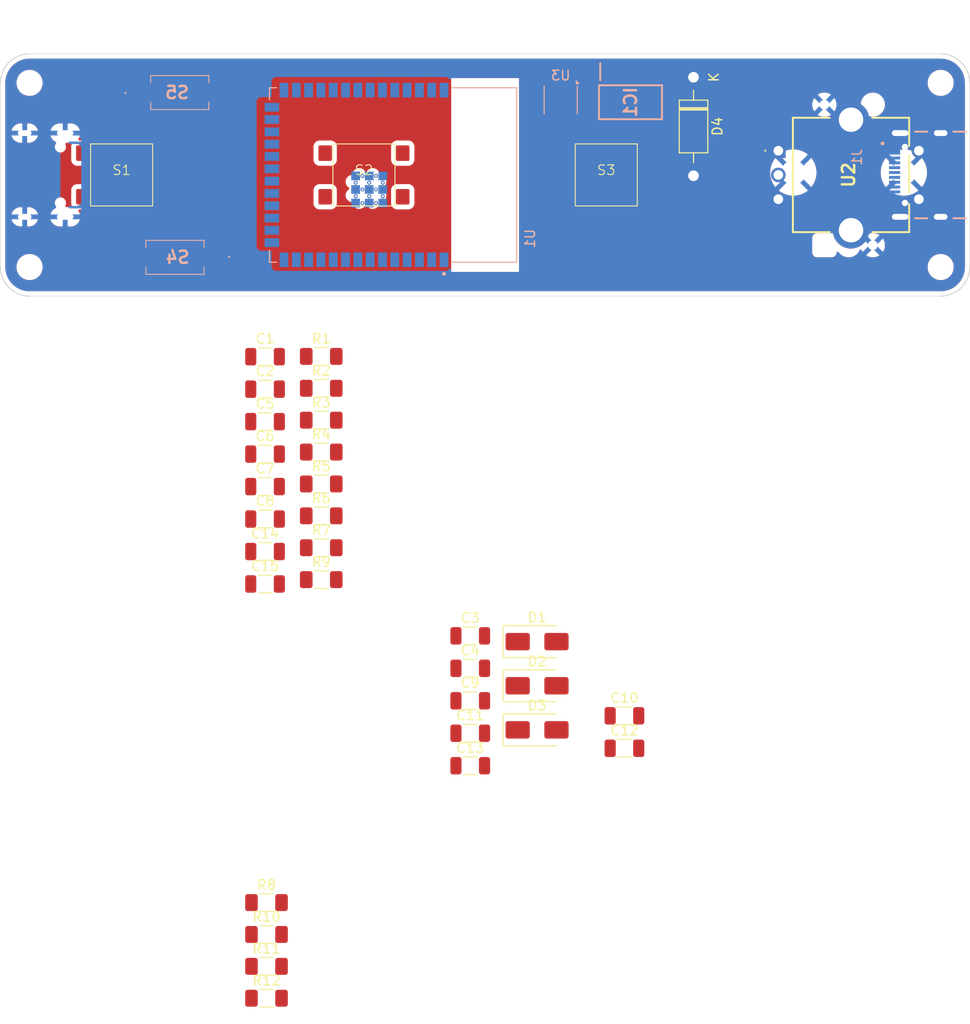
<source format=kicad_pcb>
(kicad_pcb (version 20240108) (generator "pcbnew") (generator_version "8.0")
  (layers (0 "F.Cu" signal) (31 "B.Cu" signal) (34 "B.Paste" user) (35 "F.Paste" user) (36 "B.SilkS" user "B.Silkscreen") (37 "F.SilkS" user "F.Silkscreen") (38 "B.Mask" user) (39 "F.Mask" user) (44 "Edge.Cuts" user))
  (net 0 "")
  (net 1 "GND")
  (net 2 "+3V3")
  (net 3 "ESP_EN")
  (net 4 "GPIO_0")
  (net 5 "Net-(C8-Pad1)")
  (net 6 "Net-(C6-Pad1)")
  (net 7 "Net-(C7-Pad1)")
  (net 8 "USB_5V")
  (net 9 "Net-(U2-NO)")
  (net 10 "ENCODER_B")
  (net 11 "ENCODER_A")
  (net 12 "Net-(J1-CC1)")
  (net 13 "Net-(J1-CC2)")
  (net 14 "BTN_1")
  (net 15 "BTN_2")
  (net 16 "BTN_3")
  (net 17 "BTN_4")
  (net 18 "Net-(U2-CHANNEL_A)")
  (net 19 "Net-(U2-CHANNEL_B)")
  (net 27 "Net-(U1-GND-Pad1)")
  (net 31 "USB_D-")
  (net 40 "USB_D+")
  (net 49 "Net-(U3-VDD)")
  (net 50 "SCL")
  (net 51 "SDA")
  (net 53 "+5V")
  (footprint "Diode_SMD:D_SMA" (layer "F.Cu") (at 85.36 95.2)
    (property "Reference" "D2" (at 0 -2.5 0) (layer "F.SilkS"))
    (property "Value" "SMAJ5.0CA")
    (fp_line (start -3.51 -1.65) (end -3.51 1.65) (stroke (width 0.12)) (layer "F.SilkS"))
    (fp_line (start -3.51 -1.65) (end 2 -1.65) (stroke (width 0.12)) (layer "F.SilkS"))
    (fp_line (start -3.51 1.65) (end 2 1.65) (stroke (width 0.12)) (layer "F.SilkS"))
    (pad "1" smd roundrect (at -2 0) (size 2.5 1.8) (layers "F.Cu" "F.Paste" "F.Mask") (roundrect_rratio 0.1388888889) (net 1 "GND"))
    (pad "2" smd roundrect (at 2 0) (size 2.5 1.8) (layers "F.Cu" "F.Paste" "F.Mask") (roundrect_rratio 0.1388888889) (net 40 "USB_D+"))
  )
  (footprint "Resistor_SMD:R_1206_3216Metric_Pad1.30x1.75mm_HandSolder" (layer "F.Cu") (at 63.095 71.09)
    (property "Reference" "R4" (at 0 -1.82 0) (layer "F.SilkS"))
    (property "Value" "10K")
    (fp_line (start -0.727064 -0.91) (end 0.727064 -0.91) (stroke (width 0.12)) (layer "F.SilkS"))
    (fp_line (start -0.727064 0.91) (end 0.727064 0.91) (stroke (width 0.12)) (layer "F.SilkS"))
    (pad "1" smd roundrect (at -1.55 0) (size 1.3 1.75) (layers "F.Cu" "F.Paste" "F.Mask") (roundrect_rratio 0.192308) (net 11 "ENCODER_A"))
    (pad "2" smd roundrect (at 1.55 0) (size 1.3 1.75) (layers "F.Cu" "F.Paste" "F.Mask") (roundrect_rratio 0.192308) (net 18 "Net-(U2-CHANNEL_A)"))
  )
  (footprint "Capacitor_SMD:C_1206_3216Metric" (layer "F.Cu") (at 78.465 100.1)
    (property "Reference" "C11" (at 0 -1.85 0) (layer "F.SilkS"))
    (property "Value" "1uF")
    (fp_line (start -0.711252 -0.91) (end 0.711252 -0.91) (stroke (width 0.12)) (layer "F.SilkS"))
    (fp_line (start -0.711252 0.91) (end 0.711252 0.91) (stroke (width 0.12)) (layer "F.SilkS"))
    (pad "1" smd roundrect (at -1.475 0) (size 1.15 1.8) (layers "F.Cu" "F.Paste" "F.Mask") (roundrect_rratio 0.217391) (net 4 "GPIO_0"))
    (pad "2" smd roundrect (at 1.475 0) (size 1.15 1.8) (layers "F.Cu" "F.Paste" "F.Mask") (roundrect_rratio 0.217391) (net 1 "GND"))
  )
  (footprint "Capacitor_SMD:C_1206_3216Metric" (layer "F.Cu") (at 94.375 101.65)
    (property "Reference" "C12" (at 0 -1.85 0) (layer "F.SilkS"))
    (property "Value" "100uF")
    (fp_line (start -0.711252 -0.91) (end 0.711252 -0.91) (stroke (width 0.12)) (layer "F.SilkS"))
    (fp_line (start -0.711252 0.91) (end 0.711252 0.91) (stroke (width 0.12)) (layer "F.SilkS"))
    (pad "1" smd roundrect (at -1.475 0) (size 1.15 1.8) (layers "F.Cu" "F.Paste" "F.Mask") (roundrect_rratio 0.217391) (net 2 "+3V3"))
    (pad "2" smd roundrect (at 1.475 0) (size 1.15 1.8) (layers "F.Cu" "F.Paste" "F.Mask") (roundrect_rratio 0.217391) (net 1 "GND"))
  )
  (footprint "Capacitor_SMD:C_1206_3216Metric" (layer "F.Cu") (at 57.295 64.6)
    (property "Reference" "C2" (at 0 -1.85 0) (layer "F.SilkS"))
    (property "Value" "0.01uF")
    (fp_line (start -0.711252 -0.91) (end 0.711252 -0.91) (stroke (width 0.12)) (layer "F.SilkS"))
    (fp_line (start -0.711252 0.91) (end 0.711252 0.91) (stroke (width 0.12)) (layer "F.SilkS"))
    (pad "1" smd roundrect (at -1.475 0) (size 1.15 1.8) (layers "F.Cu" "F.Paste" "F.Mask") (roundrect_rratio 0.217391) (net 11 "ENCODER_A"))
    (pad "2" smd roundrect (at 1.475 0) (size 1.15 1.8) (layers "F.Cu" "F.Paste" "F.Mask") (roundrect_rratio 0.217391) (net 1 "GND"))
  )
  (footprint "SamacSys_Parts:B3FS-1050" (layer "F.Cu") (at 42.5 42.5)
    (property "Reference" "S1" (at 0 -0.5 0) (layer "F.SilkS") (effects (font (thickness 0.1))))
    (property "Value" "~")
    (fp_rect (start -3.2 -3.2) (end 3.2 3.2) (stroke (width 0.1)) (fill none) (layer "F.SilkS"))
    (pad "1" smd roundrect (at 4 2.25 90) (size 1.6 1.4) (layers "F.Cu" "F.Paste" "F.Mask") (roundrect_rratio 0.1) (net 1 "GND"))
    (pad "2" smd roundrect (at -4 2.25 90) (size 1.6 1.4) (layers "F.Cu" "F.Paste" "F.Mask") (roundrect_rratio 0.1) (net 1 "GND"))
    (pad "3" smd roundrect (at 4 -2.25 90) (size 1.6 1.4) (layers "F.Cu" "F.Paste" "F.Mask") (roundrect_rratio 0.1) (net 6 "Net-(C6-Pad1)"))
    (pad "4" smd roundrect (at -4 -2.25 90) (size 1.6 1.4) (layers "F.Cu" "F.Paste" "F.Mask") (roundrect_rratio 0.1) (net 6 "Net-(C6-Pad1)"))
  )
  (footprint "Capacitor_SMD:C_1206_3216Metric" (layer "F.Cu") (at 57.295 71.3)
    (property "Reference" "C6" (at 0 -1.85 0) (layer "F.SilkS"))
    (property "Value" "1uF")
    (fp_line (start -0.711252 -0.91) (end 0.711252 -0.91) (stroke (width 0.12)) (layer "F.SilkS"))
    (fp_line (start -0.711252 0.91) (end 0.711252 0.91) (stroke (width 0.12)) (layer "F.SilkS"))
    (pad "1" smd roundrect (at -1.475 0) (size 1.15 1.8) (layers "F.Cu" "F.Paste" "F.Mask") (roundrect_rratio 0.217391) (net 6 "Net-(C6-Pad1)"))
    (pad "2" smd roundrect (at 1.475 0) (size 1.15 1.8) (layers "F.Cu" "F.Paste" "F.Mask") (roundrect_rratio 0.217391) (net 1 "GND"))
  )
  (footprint "Capacitor_SMD:C_1206_3216Metric" (layer "F.Cu") (at 78.465 96.75)
    (property "Reference" "C9" (at 0 -1.85 0) (layer "F.SilkS"))
    (property "Value" "1uF")
    (fp_line (start -0.711252 -0.91) (end 0.711252 -0.91) (stroke (width 0.12)) (layer "F.SilkS"))
    (fp_line (start -0.711252 0.91) (end 0.711252 0.91) (stroke (width 0.12)) (layer "F.SilkS"))
    (pad "1" smd roundrect (at -1.475 0) (size 1.15 1.8) (layers "F.Cu" "F.Paste" "F.Mask") (roundrect_rratio 0.217391) (net 3 "ESP_EN"))
    (pad "2" smd roundrect (at 1.475 0) (size 1.15 1.8) (layers "F.Cu" "F.Paste" "F.Mask") (roundrect_rratio 0.217391) (net 1 "GND"))
  )
  (footprint "Resistor_SMD:R_1206_3216Metric_Pad1.30x1.75mm_HandSolder" (layer "F.Cu") (at 57.445 127.44)
    (property "Reference" "R12" (at 0 -1.82 0) (layer "F.SilkS"))
    (property "Value" "10k")
    (fp_line (start -0.727064 -0.91) (end 0.727064 -0.91) (stroke (width 0.12)) (layer "F.SilkS"))
    (fp_line (start -0.727064 0.91) (end 0.727064 0.91) (stroke (width 0.12)) (layer "F.SilkS"))
    (pad "1" smd roundrect (at -1.55 0) (size 1.3 1.75) (layers "F.Cu" "F.Paste" "F.Mask") (roundrect_rratio 0.192308) (net 2 "+3V3"))
    (pad "2" smd roundrect (at 1.55 0) (size 1.3 1.75) (layers "F.Cu" "F.Paste" "F.Mask") (roundrect_rratio 0.192308) (net 4 "GPIO_0"))
  )
  (footprint "Diode_THT:D_DO-41_SOD81_P10.16mm_Horizontal" (layer "F.Cu") (at 101.5 32.42 -90)
    (property "Reference" "D4" (at 5.08 -2.47 90) (layer "F.SilkS"))
    (property "Value" "1N5819")
    (fp_line (start 2.36 1.47) (end 7.8 1.47) (stroke (width 0.12)) (layer "F.SilkS"))
    (fp_line (start 7.8 1.47) (end 7.8 -1.47) (stroke (width 0.12)) (layer "F.SilkS"))
    (fp_line (start 1.34 0) (end 2.36 0) (stroke (width 0.12)) (layer "F.SilkS"))
    (fp_line (start 8.82 0) (end 7.8 0) (stroke (width 0.12)) (layer "F.SilkS"))
    (fp_line (start 2.36 -1.47) (end 2.36 1.47) (stroke (width 0.12)) (layer "F.SilkS"))
    (fp_line (start 3.14 -1.47) (end 3.14 1.47) (stroke (width 0.12)) (layer "F.SilkS"))
    (fp_line (start 3.26 -1.47) (end 3.26 1.47) (stroke (width 0.12)) (layer "F.SilkS"))
    (fp_line (start 3.38 -1.47) (end 3.38 1.47) (stroke (width 0.12)) (layer "F.SilkS"))
    (fp_line (start 7.8 -1.47) (end 2.36 -1.47) (stroke (width 0.12)) (layer "F.SilkS"))
    (fp_text user "K" (at 0 -2.1 90) (layer "F.SilkS"))
    (pad "1" thru_hole rect (at 0 0 270) (size 2.2 2.2) (drill 1.1) (layers "*.Cu" "*.Mask") (net 53 "+5V"))
    (pad "2" thru_hole oval (at 10.16 0 270) (size 2.2 2.2) (drill 1.1) (layers "*.Cu" "*.Mask") (net 8 "USB_5V"))
  )
  (footprint "SamacSys_Parts:PEC11L4315FS0009" (layer "F.Cu") (at 110.25 40 -90)
    (property "Reference" "U2" (at 2.5 -7.25 90) (layer "F.SilkS") (effects (font (size 1.27 1.27) (thickness 0.254))))
    (property "Value" "PEC11L-4315F-S0009" (hide yes))
    (fp_line (start 0 1.4) (end 0 1.4) (stroke (width 0.1)) (layer "F.SilkS"))
    (fp_line (start 0 1.3) (end 0 1.3) (stroke (width 0.1)) (layer "F.SilkS"))
    (fp_line (start -3.4 -1.5) (end -3.4 -5.3) (stroke (width 0.2)) (layer "F.SilkS"))
    (fp_line (start 8.4 -1.5) (end -3.4 -1.5) (stroke (width 0.2)) (layer "F.SilkS"))
    (fp_line (start 8.4 -5.3) (end 8.4 -1.5) (stroke (width 0.2)) (layer "F.SilkS"))
    (fp_line (start -3.4 -9.7) (end -3.4 -13.5) (stroke (width 0.2)) (layer "F.SilkS"))
    (fp_line (start -3.4 -13.5) (end -0.5 -13.5) (stroke (width 0.2)) (layer "F.SilkS"))
    (fp_line (start 0.5 -13.5) (end 4.3 -13.5) (stroke (width 0.2)) (layer "F.SilkS"))
    (fp_line (start 5.5 -13.5) (end 8.4 -13.5) (stroke (width 0.2)) (layer "F.SilkS"))
    (fp_line (start 8.4 -13.5) (end 8.4 -9.7) (stroke (width 0.2)) (layer "F.SilkS"))
    (fp_arc (start 0 1.4) (mid -0.05 1.35) (end 0 1.3) (stroke (width 0.1)) (layer "F.SilkS"))
    (fp_arc (start 0 1.3) (mid 0.05 1.35) (end 0 1.4) (stroke (width 0.1)) (layer "F.SilkS"))
    (pad "1" thru_hole circle (at 0 -14.5 270) (size 1.5 1.5) (drill 1) (layers "*.Cu" "*.Mask") (net 1 "GND"))
    (pad "2" thru_hole circle (at 5 -14.5 270) (size 1.5 1.5) (drill 1) (layers "*.Cu" "*.Mask") (net 9 "Net-(U2-NO)"))
    (pad "A1" thru_hole rect (at 0 0 270) (size 1.5 1.5) (drill 1) (layers "*.Cu" "*.Mask") (net 18 "Net-(U2-CHANNEL_A)"))
    (pad "A2" thru_hole circle (at 2.5 0 270) (size 1.5 1.5) (drill 1) (layers "*.Cu" "*.Mask") (net 19 "Net-(U2-CHANNEL_B)"))
    (pad "A3" thru_hole circle (at 5 0 270) (size 1.5 1.5) (drill 1) (layers "*.Cu" "*.Mask") (net 1 "GND"))
    (pad "MH1" thru_hole circle (at -3.2 -7.5 270) (size 3.78 3.78) (drill 2.52) (layers "*.Cu" "*.Mask") (net 1 "GND"))
    (pad "MH2" thru_hole circle (at 8.2 -7.5 270) (size 3.78 3.78) (drill 2.52) (layers "*.Cu" "*.Mask") (net 1 "GND"))
  )
  (footprint "Diode_SMD:D_SMA" (layer "F.Cu") (at 85.36 99.75)
    (property "Reference" "D3" (at 0 -2.5 0) (layer "F.SilkS"))
    (property "Value" "SMAJ5.0CA")
    (fp_line (start -3.51 -1.65) (end -3.51 1.65) (stroke (width 0.12)) (layer "F.SilkS"))
    (fp_line (start -3.51 -1.65) (end 2 -1.65) (stroke (width 0.12)) (layer "F.SilkS"))
    (fp_line (start -3.51 1.65) (end 2 1.65) (stroke (width 0.12)) (layer "F.SilkS"))
    (pad "1" smd roundrect (at -2 0) (size 2.5 1.8) (layers "F.Cu" "F.Paste" "F.Mask") (roundrect_rratio 0.1388888889) (net 1 "GND"))
    (pad "2" smd roundrect (at 2 0) (size 2.5 1.8) (layers "F.Cu" "F.Paste" "F.Mask") (roundrect_rratio 0.1388888889) (net 31 "USB_D-"))
  )
  (footprint "Resistor_SMD:R_1206_3216Metric_Pad1.30x1.75mm_HandSolder" (layer "F.Cu") (at 63.095 67.8)
    (property "Reference" "R3" (at 0 -1.82 0) (layer "F.SilkS"))
    (property "Value" "10K")
    (fp_line (start -0.727064 -0.91) (end 0.727064 -0.91) (stroke (width 0.12)) (layer "F.SilkS"))
    (fp_line (start -0.727064 0.91) (end 0.727064 0.91) (stroke (width 0.12)) (layer "F.SilkS"))
    (pad "1" smd roundrect (at -1.55 0) (size 1.3 1.75) (layers "F.Cu" "F.Paste" "F.Mask") (roundrect_rratio 0.192308) (net 2 "+3V3"))
    (pad "2" smd roundrect (at 1.55 0) (size 1.3 1.75) (layers "F.Cu" "F.Paste" "F.Mask") (roundrect_rratio 0.192308) (net 18 "Net-(U2-CHANNEL_A)"))
  )
  (footprint "Capacitor_SMD:C_1206_3216Metric" (layer "F.Cu") (at 78.465 103.45)
    (property "Reference" "C13" (at 0 -1.85 0) (layer "F.SilkS"))
    (property "Value" "10uF")
    (fp_line (start -0.711252 -0.91) (end 0.711252 -0.91) (stroke (width 0.12)) (layer "F.SilkS"))
    (fp_line (start -0.711252 0.91) (end 0.711252 0.91) (stroke (width 0.12)) (layer "F.SilkS"))
    (pad "1" smd roundrect (at -1.475 0) (size 1.15 1.8) (layers "F.Cu" "F.Paste" "F.Mask") (roundrect_rratio 0.217391) (net 53 "+5V"))
    (pad "2" smd roundrect (at 1.475 0) (size 1.15 1.8) (layers "F.Cu" "F.Paste" "F.Mask") (roundrect_rratio 0.217391) (net 1 "GND"))
  )
  (footprint "Resistor_SMD:R_1206_3216Metric_Pad1.30x1.75mm_HandSolder" (layer "F.Cu") (at 63.095 61.22)
    (property "Reference" "R1" (at 0 -1.82 0) (layer "F.SilkS"))
    (property "Value" "10K")
    (fp_line (start -0.727064 -0.91) (end 0.727064 -0.91) (stroke (width 0.12)) (layer "F.SilkS"))
    (fp_line (start -0.727064 0.91) (end 0.727064 0.91) (stroke (width 0.12)) (layer "F.SilkS"))
    (pad "1" smd roundrect (at -1.55 0) (size 1.3 1.75) (layers "F.Cu" "F.Paste" "F.Mask") (roundrect_rratio 0.192308) (net 2 "+3V3"))
    (pad "2" smd roundrect (at 1.55 0) (size 1.3 1.75) (layers "F.Cu" "F.Paste" "F.Mask") (roundrect_rratio 0.192308) (net 19 "Net-(U2-CHANNEL_B)"))
  )
  (footprint "Capacitor_SMD:C_1206_3216Metric" (layer "F.Cu") (at 57.295 67.95)
    (property "Reference" "C5" (at 0 -1.85 0) (layer "F.SilkS"))
    (property "Value" "1uF")
    (fp_line (start -0.711252 -0.91) (end 0.711252 -0.91) (stroke (width 0.12)) (layer "F.SilkS"))
    (fp_line (start -0.711252 0.91) (end 0.711252 0.91) (stroke (width 0.12)) (layer "F.SilkS"))
    (pad "1" smd roundrect (at -1.475 0) (size 1.15 1.8) (layers "F.Cu" "F.Paste" "F.Mask") (roundrect_rratio 0.217391) (net 1 "GND"))
    (pad "2" smd roundrect (at 1.475 0) (size 1.15 1.8) (layers "F.Cu" "F.Paste" "F.Mask") (roundrect_rratio 0.217391) (net 9 "Net-(U2-NO)"))
  )
  (footprint "Capacitor_SMD:C_1206_3216Metric" (layer "F.Cu") (at 57.295 74.65)
    (property "Reference" "C7" (at 0 -1.85 0) (layer "F.SilkS"))
    (property "Value" "1uF")
    (fp_line (start -0.711252 -0.91) (end 0.711252 -0.91) (stroke (width 0.12)) (layer "F.SilkS"))
    (fp_line (start -0.711252 0.91) (end 0.711252 0.91) (stroke (width 0.12)) (layer "F.SilkS"))
    (pad "1" smd roundrect (at -1.475 0) (size 1.15 1.8) (layers "F.Cu" "F.Paste" "F.Mask") (roundrect_rratio 0.217391) (net 7 "Net-(C7-Pad1)"))
    (pad "2" smd roundrect (at 1.475 0) (size 1.15 1.8) (layers "F.Cu" "F.Paste" "F.Mask") (roundrect_rratio 0.217391) (net 1 "GND"))
  )
  (footprint "Resistor_SMD:R_1206_3216Metric_Pad1.30x1.75mm_HandSolder" (layer "F.Cu") (at 63.095 80.96)
    (property "Reference" "R7" (at 0 -1.82 0) (layer "F.SilkS"))
    (property "Value" "10K")
    (fp_line (start -0.727064 -0.91) (end 0.727064 -0.91) (stroke (width 0.12)) (layer "F.SilkS"))
    (fp_line (start -0.727064 0.91) (end 0.727064 0.91) (stroke (width 0.12)) (layer "F.SilkS"))
    (pad "1" smd roundrect (at -1.55 0) (size 1.3 1.75) (layers "F.Cu" "F.Paste" "F.Mask") (roundrect_rratio 0.192308) (net 15 "BTN_2"))
    (pad "2" smd roundrect (at 1.55 0) (size 1.3 1.75) (layers "F.Cu" "F.Paste" "F.Mask") (roundrect_rratio 0.192308) (net 7 "Net-(C7-Pad1)"))
  )
  (footprint "Resistor_SMD:R_1206_3216Metric_Pad1.30x1.75mm_HandSolder" (layer "F.Cu") (at 63.095 64.51)
    (property "Reference" "R2" (at 0 -1.82 0) (layer "F.SilkS"))
    (property "Value" "10K")
    (fp_line (start -0.727064 -0.91) (end 0.727064 -0.91) (stroke (width 0.12)) (layer "F.SilkS"))
    (fp_line (start -0.727064 0.91) (end 0.727064 0.91) (stroke (width 0.12)) (layer "F.SilkS"))
    (pad "1" smd roundrect (at -1.55 0) (size 1.3 1.75) (layers "F.Cu" "F.Paste" "F.Mask") (roundrect_rratio 0.192308) (net 10 "ENCODER_B"))
    (pad "2" smd roundrect (at 1.55 0) (size 1.3 1.75) (layers "F.Cu" "F.Paste" "F.Mask") (roundrect_rratio 0.192308) (net 19 "Net-(U2-CHANNEL_B)"))
  )
  (footprint "Capacitor_SMD:C_1206_3216Metric" (layer "F.Cu") (at 57.295 84.7)
    (property "Reference" "C15" (at 0 -1.85 0) (layer "F.SilkS"))
    (property "Value" "0.1uF")
    (fp_line (start -0.711252 -0.91) (end 0.711252 -0.91) (stroke (width 0.12)) (layer "F.SilkS"))
    (fp_line (start -0.711252 0.91) (end 0.711252 0.91) (stroke (width 0.12)) (layer "F.SilkS"))
    (pad "1" smd roundrect (at -1.475 0) (size 1.15 1.8) (layers "F.Cu" "F.Paste" "F.Mask") (roundrect_rratio 0.217391) (net 49 "Net-(U3-VDD)"))
    (pad "2" smd roundrect (at 1.475 0) (size 1.15 1.8) (layers "F.Cu" "F.Paste" "F.Mask") (roundrect_rratio 0.217391) (net 1 "GND"))
  )
  (footprint "Capacitor_SMD:C_1206_3216Metric" (layer "F.Cu") (at 57.295 61.25)
    (property "Reference" "C1" (at 0 -1.85 0) (layer "F.SilkS"))
    (property "Value" "0.01uF")
    (fp_line (start -0.711252 -0.91) (end 0.711252 -0.91) (stroke (width 0.12)) (layer "F.SilkS"))
    (fp_line (start -0.711252 0.91) (end 0.711252 0.91) (stroke (width 0.12)) (layer "F.SilkS"))
    (pad "1" smd roundrect (at -1.475 0) (size 1.15 1.8) (layers "F.Cu" "F.Paste" "F.Mask") (roundrect_rratio 0.217391) (net 10 "ENCODER_B"))
    (pad "2" smd roundrect (at 1.475 0) (size 1.15 1.8) (layers "F.Cu" "F.Paste" "F.Mask") (roundrect_rratio 0.217391) (net 1 "GND"))
  )
  (footprint "Resistor_SMD:R_1206_3216Metric_Pad1.30x1.75mm_HandSolder" (layer "F.Cu") (at 57.445 124.15)
    (property "Reference" "R11" (at 0 -1.82 0) (layer "F.SilkS"))
    (property "Value" "5k1")
    (fp_line (start -0.727064 -0.91) (end 0.727064 -0.91) (stroke (width 0.12)) (layer "F.SilkS"))
    (fp_line (start -0.727064 0.91) (end 0.727064 0.91) (stroke (width 0.12)) (layer "F.SilkS"))
    (pad "1" smd roundrect (at -1.55 0) (size 1.3 1.75) (layers "F.Cu" "F.Paste" "F.Mask") (roundrect_rratio 0.192308) (net 13 "Net-(J1-CC2)"))
    (pad "2" smd roundrect (at 1.55 0) (size 1.3 1.75) (layers "F.Cu" "F.Paste" "F.Mask") (roundrect_rratio 0.192308) (net 1 "GND"))
  )
  (footprint "Resistor_SMD:R_1206_3216Metric_Pad1.30x1.75mm_HandSolder" (layer "F.Cu") (at 63.095 77.67)
    (property "Reference" "R6" (at 0 -1.82 0) (layer "F.SilkS"))
    (property "Value" "10K")
    (fp_line (start -0.727064 -0.91) (end 0.727064 -0.91) (stroke (width 0.12)) (layer "F.SilkS"))
    (fp_line (start -0.727064 0.91) (end 0.727064 0.91) (stroke (width 0.12)) (layer "F.SilkS"))
    (pad "1" smd roundrect (at -1.55 0) (size 1.3 1.75) (layers "F.Cu" "F.Paste" "F.Mask") (roundrect_rratio 0.192308) (net 14 "BTN_1"))
    (pad "2" smd roundrect (at 1.55 0) (size 1.3 1.75) (layers "F.Cu" "F.Paste" "F.Mask") (roundrect_rratio 0.192308) (net 6 "Net-(C6-Pad1)"))
  )
  (footprint "Diode_SMD:D_SMA" (layer "F.Cu") (at 85.36 90.65)
    (property "Reference" "D1" (at 0 -2.5 0) (layer "F.SilkS"))
    (property "Value" "SMAJ5.0CA")
    (fp_line (start -3.51 -1.65) (end -3.51 1.65) (stroke (width 0.12)) (layer "F.SilkS"))
    (fp_line (start -3.51 -1.65) (end 2 -1.65) (stroke (width 0.12)) (layer "F.SilkS"))
    (fp_line (start -3.51 1.65) (end 2 1.65) (stroke (width 0.12)) (layer "F.SilkS"))
    (pad "1" smd roundrect (at -2 0) (size 2.5 1.8) (layers "F.Cu" "F.Paste" "F.Mask") (roundrect_rratio 0.1388888889) (net 1 "GND"))
    (pad "2" smd roundrect (at 2 0) (size 2.5 1.8) (layers "F.Cu" "F.Paste" "F.Mask") (roundrect_rratio 0.1388888889) (net 8 "USB_5V"))
  )
  (footprint "Resistor_SMD:R_1206_3216Metric_Pad1.30x1.75mm_HandSolder" (layer "F.Cu") (at 63.095 84.25)
    (property "Reference" "R9" (at 0 -1.82 0) (layer "F.SilkS"))
    (property "Value" "10K")
    (fp_line (start -0.727064 -0.91) (end 0.727064 -0.91) (stroke (width 0.12)) (layer "F.SilkS"))
    (fp_line (start -0.727064 0.91) (end 0.727064 0.91) (stroke (width 0.12)) (layer "F.SilkS"))
    (pad "1" smd roundrect (at -1.55 0) (size 1.3 1.75) (layers "F.Cu" "F.Paste" "F.Mask") (roundrect_rratio 0.192308) (net 16 "BTN_3"))
    (pad "2" smd roundrect (at 1.55 0) (size 1.3 1.75) (layers "F.Cu" "F.Paste" "F.Mask") (roundrect_rratio 0.192308) (net 5 "Net-(C8-Pad1)"))
  )
  (footprint "Capacitor_SMD:C_1206_3216Metric" (layer "F.Cu") (at 94.375 98.3)
    (property "Reference" "C10" (at 0 -1.85 0) (layer "F.SilkS"))
    (property "Value" "100uF")
    (fp_line (start -0.711252 -0.91) (end 0.711252 -0.91) (stroke (width 0.12)) (layer "F.SilkS"))
    (fp_line (start -0.711252 0.91) (end 0.711252 0.91) (stroke (width 0.12)) (layer "F.SilkS"))
    (pad "1" smd roundrect (at -1.475 0) (size 1.15 1.8) (layers "F.Cu" "F.Paste" "F.Mask") (roundrect_rratio 0.217391) (net 53 "+5V"))
    (pad "2" smd roundrect (at 1.475 0) (size 1.15 1.8) (layers "F.Cu" "F.Paste" "F.Mask") (roundrect_rratio 0.217391) (net 1 "GND"))
  )
  (footprint "Resistor_SMD:R_1206_3216Metric_Pad1.30x1.75mm_HandSolder" (layer "F.Cu") (at 57.445 120.86)
    (property "Reference" "R10" (at 0 -1.82 0) (layer "F.SilkS"))
    (property "Value" "10k")
    (fp_line (start -0.727064 -0.91) (end 0.727064 -0.91) (stroke (width 0.12)) (layer "F.SilkS"))
    (fp_line (start -0.727064 0.91) (end 0.727064 0.91) (stroke (width 0.12)) (layer "F.SilkS"))
    (pad "1" smd roundrect (at -1.55 0) (size 1.3 1.75) (layers "F.Cu" "F.Paste" "F.Mask") (roundrect_rratio 0.192308) (net 2 "+3V3"))
    (pad "2" smd roundrect (at 1.55 0) (size 1.3 1.75) (layers "F.Cu" "F.Paste" "F.Mask") (roundrect_rratio 0.192308) (net 3 "ESP_EN"))
  )
  (footprint "Capacitor_SMD:C_1206_3216Metric" (layer "F.Cu") (at 57.295 81.35)
    (property "Reference" "C14" (at 0 -1.85 0) (layer "F.SilkS"))
    (property "Value" "10uF")
    (fp_line (start -0.711252 -0.91) (end 0.711252 -0.91) (stroke (width 0.12)) (layer "F.SilkS"))
    (fp_line (start -0.711252 0.91) (end 0.711252 0.91) (stroke (width 0.12)) (layer "F.SilkS"))
    (pad "1" smd roundrect (at -1.475 0) (size 1.15 1.8) (layers "F.Cu" "F.Paste" "F.Mask") (roundrect_rratio 0.217391) (net 49 "Net-(U3-VDD)"))
    (pad "2" smd roundrect (at 1.475 0) (size 1.15 1.8) (layers "F.Cu" "F.Paste" "F.Mask") (roundrect_rratio 0.217391) (net 1 "GND"))
  )
  (footprint "Resistor_SMD:R_1206_3216Metric_Pad1.30x1.75mm_HandSolder" (layer "F.Cu") (at 57.445 117.57)
    (property "Reference" "R8" (at 0 -1.82 0) (layer "F.SilkS"))
    (property "Value" "5k1")
    (fp_line (start -0.727064 -0.91) (end 0.727064 -0.91) (stroke (width 0.12)) (layer "F.SilkS"))
    (fp_line (start -0.727064 0.91) (end 0.727064 0.91) (stroke (width 0.12)) (layer "F.SilkS"))
    (pad "1" smd roundrect (at -1.55 0) (size 1.3 1.75) (layers "F.Cu" "F.Paste" "F.Mask") (roundrect_rratio 0.192308) (net 12 "Net-(J1-CC1)"))
    (pad "2" smd roundrect (at 1.55 0) (size 1.3 1.75) (layers "F.Cu" "F.Paste" "F.Mask") (roundrect_rratio 0.192308) (net 1 "GND"))
  )
  (footprint "Capacitor_SMD:C_1206_3216Metric" (layer "F.Cu") (at 78.465 90.05)
    (property "Reference" "C3" (at 0 -1.85 0) (layer "F.SilkS"))
    (property "Value" "0.1uF")
    (fp_line (start -0.711252 -0.91) (end 0.711252 -0.91) (stroke (width 0.12)) (layer "F.SilkS"))
    (fp_line (start -0.711252 0.91) (end 0.711252 0.91) (stroke (width 0.12)) (layer "F.SilkS"))
    (pad "1" smd roundrect (at -1.475 0) (size 1.15 1.8) (layers "F.Cu" "F.Paste" "F.Mask") (roundrect_rratio 0.217391) (net 2 "+3V3"))
    (pad "2" smd roundrect (at 1.475 0) (size 1.15 1.8) (layers "F.Cu" "F.Paste" "F.Mask") (roundrect_rratio 0.217391) (net 1 "GND"))
  )
  (footprint "SamacSys_Parts:B3FS-1050" (layer "F.Cu") (at 67.5 42.5)
    (property "Reference" "S2" (at 0 -0.5 0) (layer "F.SilkS") (effects (font (thickness 0.1))))
    (property "Value" "~")
    (fp_rect (start -3.2 -3.2) (end 3.2 3.2) (stroke (width 0.1)) (fill none) (layer "F.SilkS"))
    (pad "1" smd roundrect (at 4 2.25 90) (size 1.6 1.4) (layers "F.Cu" "F.Paste" "F.Mask") (roundrect_rratio 0.1) (net 1 "GND"))
    (pad "2" smd roundrect (at -4 2.25 90) (size 1.6 1.4) (layers "F.Cu" "F.Paste" "F.Mask") (roundrect_rratio 0.1) (net 1 "GND"))
    (pad "3" smd roundrect (at 4 -2.25 90) (size 1.6 1.4) (layers "F.Cu" "F.Paste" "F.Mask") (roundrect_rratio 0.1) (net 7 "Net-(C7-Pad1)"))
    (pad "4" smd roundrect (at -4 -2.25 90) (size 1.6 1.4) (layers "F.Cu" "F.Paste" "F.Mask") (roundrect_rratio 0.1) (net 7 "Net-(C7-Pad1)"))
  )
  (footprint "Capacitor_SMD:C_1206_3216Metric" (layer "F.Cu") (at 57.295 78)
    (property "Reference" "C8" (at 0 -1.85 0) (layer "F.SilkS"))
    (property "Value" "1uF")
    (fp_line (start -0.711252 -0.91) (end 0.711252 -0.91) (stroke (width 0.12)) (layer "F.SilkS"))
    (fp_line (start -0.711252 0.91) (end 0.711252 0.91) (stroke (width 0.12)) (layer "F.SilkS"))
    (pad "1" smd roundrect (at -1.475 0) (size 1.15 1.8) (layers "F.Cu" "F.Paste" "F.Mask") (roundrect_rratio 0.217391) (net 5 "Net-(C8-Pad1)"))
    (pad "2" smd roundrect (at 1.475 0) (size 1.15 1.8) (layers "F.Cu" "F.Paste" "F.Mask") (roundrect_rratio 0.217391) (net 1 "GND"))
  )
  (footprint "Capacitor_SMD:C_1206_3216Metric" (layer "F.Cu") (at 78.465 93.4)
    (property "Reference" "C4" (at 0 -1.85 0) (layer "F.SilkS"))
    (property "Value" "10uF")
    (fp_line (start -0.711252 -0.91) (end 0.711252 -0.91) (stroke (width 0.12)) (layer "F.SilkS"))
    (fp_line (start -0.711252 0.91) (end 0.711252 0.91) (stroke (width 0.12)) (layer "F.SilkS"))
    (pad "1" smd roundrect (at -1.475 0) (size 1.15 1.8) (layers "F.Cu" "F.Paste" "F.Mask") (roundrect_rratio 0.217391) (net 2 "+3V3"))
    (pad "2" smd roundrect (at 1.475 0) (size 1.15 1.8) (layers "F.Cu" "F.Paste" "F.Mask") (roundrect_rratio 0.217391) (net 1 "GND"))
  )
  (footprint "Resistor_SMD:R_1206_3216Metric_Pad1.30x1.75mm_HandSolder" (layer "F.Cu") (at 63.095 74.38)
    (property "Reference" "R5" (at 0 -1.82 0) (layer "F.SilkS"))
    (property "Value" "10K")
    (fp_line (start -0.727064 -0.91) (end 0.727064 -0.91) (stroke (width 0.12)) (layer "F.SilkS"))
    (fp_line (start -0.727064 0.91) (end 0.727064 0.91) (stroke (width 0.12)) (layer "F.SilkS"))
    (pad "1" smd roundrect (at -1.55 0) (size 1.3 1.75) (layers "F.Cu" "F.Paste" "F.Mask") (roundrect_rratio 0.192308) (net 9 "Net-(U2-NO)"))
    (pad "2" smd roundrect (at 1.55 0) (size 1.3 1.75) (layers "F.Cu" "F.Paste" "F.Mask") (roundrect_rratio 0.192308) (net 17 "BTN_4"))
  )
  (footprint "SamacSys_Parts:B3FS-1050" (layer "F.Cu") (at 92.5 42.5)
    (property "Reference" "S3" (at 0 -0.5 0) (layer "F.SilkS") (effects (font (thickness 0.1))))
    (property "Value" "~")
    (fp_rect (start -3.2 -3.2) (end 3.2 3.2) (stroke (width 0.1)) (fill none) (layer "F.SilkS"))
    (pad "1" smd roundrect (at 4 2.25 90) (size 1.6 1.4) (layers "F.Cu" "F.Paste" "F.Mask") (roundrect_rratio 0.1) (net 1 "GND"))
    (pad "2" smd roundrect (at -4 2.25 90) (size 1.6 1.4) (layers "F.Cu" "F.Paste" "F.Mask") (roundrect_rratio 0.1) (net 1 "GND"))
    (pad "3" smd roundrect (at 4 -2.25 90) (size 1.6 1.4) (layers "F.Cu" "F.Paste" "F.Mask") (roundrect_rratio 0.1) (net 5 "Net-(C8-Pad1)"))
    (pad "4" smd roundrect (at -4 -2.25 90) (size 1.6 1.4) (layers "F.Cu" "F.Paste" "F.Mask") (roundrect_rratio 0.1) (net 5 "Net-(C8-Pad1)"))
  )
  (footprint "Package_LGA:Bosch_LGA-8_3x3mm_P0.8mm_ClockwisePinNumbering" (layer "B.Cu") (at 87.8 34.6875 180)
    (property "Reference" "U3" (at 0 2.45 0) (layer "B.SilkS") (effects (justify mirror)))
    (property "Value" "BME680")
    (fp_line (start 1.71 -1.5) (end 1.71 1.36) (stroke (width 0.12)) (layer "B.SilkS"))
    (fp_line (start -1.71 -1.5) (end -1.71 1.36) (stroke (width 0.12)) (layer "B.SilkS"))
    (fp_poly (pts (xy -1.6 1.6) (xy -1.88 1.6) (xy -1.6 1.88) (xy -1.6 1.6)) (stroke (width 0.12)) (fill solid) (layer "B.SilkS"))
    (pad "1" smd roundrect (at -1.2 1.1875 180) (size 0.5 0.525) (layers "B.Cu" "B.Paste" "B.Mask") (net 1 "GND"))
    (pad "2" smd roundrect (at -0.4 1.1875 180) (size 0.5 0.525) (layers "B.Cu" "B.Paste" "B.Mask") (net 2 "+3V3"))
    (pad "3" smd roundrect (at 0.4 1.1875 180) (size 0.5 0.525) (layers "B.Cu" "B.Paste" "B.Mask") (net 51 "SDA"))
    (pad "4" smd roundrect (at 1.2 1.1875 180) (size 0.5 0.525) (layers "B.Cu" "B.Paste" "B.Mask") (net 50 "SCL"))
    (pad "5" smd roundrect (at 1.2 -1.1875 180) (size 0.5 0.525) (layers "B.Cu" "B.Paste" "B.Mask") (net 1 "GND"))
    (pad "6" smd roundrect (at 0.4 -1.1875 180) (size 0.5 0.525) (layers "B.Cu" "B.Paste" "B.Mask") (net 49 "Net-(U3-VDD)"))
    (pad "7" smd roundrect (at -0.4 -1.1875 180) (size 0.5 0.525) (layers "B.Cu" "B.Paste" "B.Mask") (net 1 "GND"))
    (pad "8" smd roundrect (at -1.2 -1.1875 180) (size 0.5 0.525) (layers "B.Cu" "B.Paste" "B.Mask") (net 49 "Net-(U3-VDD)"))
  )
  (footprint "Snapeda:USB4105-GF-A_GCT_USB4105-GF-A" (layer "B.Cu") (at 127 42.5 -90)
    (property "Reference" "J1" (at -1.825 8.635 90) (layer "B.SilkS") (effects (justify mirror)))
    (property "Value" "USB4105-GF-A")
    (fp_line (start -4.47 1.4) (end -4.47 2.65) (stroke (width 0.2)) (layer "B.SilkS"))
    (fp_line (start 4.47 1.4) (end 4.47 2.65) (stroke (width 0.2)) (layer "B.SilkS"))
    (fp_line (start 4.47 -1.32) (end 4.47 -2.6) (stroke (width 0.2)) (layer "B.SilkS"))
    (fp_line (start -4.47 -2.6) (end -4.47 -1.32) (stroke (width 0.2)) (layer "B.SilkS"))
    (fp_circle (center -3.25 6) (end -3.15 6) (stroke (width 0.2)) (fill none) (layer "B.SilkS"))
    (pad "" np_thru_hole circle (at -2.89 3.68 270) (size 0.65 0.65) (drill 0.65) (layers "*.Cu" "*.Mask"))
    (pad "" np_thru_hole circle (at 2.89 3.68 270) (size 0.65 0.65) (drill 0.65) (layers "*.Cu" "*.Mask"))
    (pad "A1_B12" smd rect (at -3.2 4.755 270) (size 0.6 1.15) (layers "B.Cu" "B.Paste") (net 1 "GND"))
    (pad "A4_B9" smd rect (at -2.4 4.755 270) (size 0.6 1.15) (layers "B.Cu" "B.Paste") (net 8 "USB_5V"))
    (pad "A5" smd rect (at -1.25 4.755 270) (size 0.3 1.15) (layers "B.Cu" "B.Paste") (net 12 "Net-(J1-CC1)"))
    (pad "A6" smd rect (at -0.25 4.755 270) (size 0.3 1.15) (layers "B.Cu" "B.Paste") (net 40 "USB_D+"))
    (pad "A7" smd rect (at 0.25 4.755 270) (size 0.3 1.15) (layers "B.Cu" "B.Paste") (net 31 "USB_D-"))
    (pad "A8" smd rect (at 1.25 4.755 270) (size 0.3 1.15) (layers "B.Cu" "B.Paste"))
    (pad "B1_A12" smd rect (at 3.2 4.755 270) (size 0.6 1.15) (layers "B.Cu" "B.Paste") (net 1 "GND"))
    (pad "B4_A9" smd rect (at 2.4 4.755 270) (size 0.6 1.15) (layers "B.Cu" "B.Paste") (net 8 "USB_5V"))
    (pad "B5" smd rect (at 1.75 4.755 270) (size 0.3 1.15) (layers "B.Cu" "B.Paste") (net 13 "Net-(J1-CC2)"))
    (pad "B6" smd rect (at 0.75 4.755 270) (size 0.3 1.15) (layers "B.Cu" "B.Paste") (net 40 "USB_D+"))
    (pad "B7" smd rect (at -0.75 4.755 270) (size 0.3 1.15) (layers "B.Cu" "B.Paste") (net 31 "USB_D-"))
    (pad "B8" smd rect (at -1.75 4.755 270) (size 0.3 1.15) (layers "B.Cu" "B.Paste"))
    (pad "SH1" thru_hole oval (at -4.32 4.18 270) (size 1 2.1) (drill oval 0.6 1.7) (layers "*.Cu" "*.Mask") (net 1 "GND"))
    (pad "SH2" thru_hole oval (at 4.32 4.18 270) (size 1 2.1) (drill oval 0.6 1.7) (layers "*.Cu" "*.Mask") (net 1 "GND"))
    (pad "SH3" thru_hole oval (at -4.32 0 270) (size 1 1.8) (drill oval 0.6 1.4) (layers "*.Cu" "*.Mask") (net 1 "GND"))
    (pad "SH4" thru_hole oval (at 4.32 0 270) (size 1 1.8) (drill oval 0.6 1.4) (layers "*.Cu" "*.Mask") (net 1 "GND"))
  )
  (footprint "Samacsys:SOT230P700X180-4N" (layer "B.Cu") (at 95 35 -90)
    (property "Reference" "IC1" (at 0 0 90) (layer "B.SilkS") (effects (font (size 1.27 1.27) (thickness 0.254)) (justify mirror)))
    (property "Value" "TLV1117-33CDCYG3" (hide yes))
    (fp_line (start -1.75 3.25) (end -1.75 -3.25) (stroke (width 0.2)) (layer "B.SilkS"))
    (fp_line (start 1.75 3.25) (end -1.75 3.25) (stroke (width 0.2)) (layer "B.SilkS"))
    (fp_line (start -2.275 3.125) (end -4.025 3.125) (stroke (width 0.2)) (layer "B.SilkS"))
    (fp_line (start -1.75 -3.25) (end 1.75 -3.25) (stroke (width 0.2)) (layer "B.SilkS"))
    (fp_line (start 1.75 -3.25) (end 1.75 3.25) (stroke (width 0.2)) (layer "B.SilkS"))
    (pad "1" smd rect (at -3.15 2.3 180) (size 0.95 1.75) (layers "B.Cu" "B.Paste" "B.Mask") (net 1 "GND"))
    (pad "2" smd rect (at -3.15 0 180) (size 0.95 1.75) (layers "B.Cu" "B.Paste" "B.Mask") (net 2 "+3V3"))
    (pad "3" smd rect (at -3.15 -2.3 180) (size 0.95 1.75) (layers "B.Cu" "B.Paste" "B.Mask") (net 53 "+5V"))
    (pad "4" smd rect (at 3.15 0 270) (size 1.75 3.2) (layers "B.Cu" "B.Paste" "B.Mask") (net 2 "+3V3"))
  )
  (footprint "SamacSys_Parts:PTS636SP50SMTRLFS" (layer "B.Cu") (at 48 51 180)
    (property "Reference" "S4" (at -0.275 0 0) (layer "B.SilkS") (effects (font (size 1.27 1.27) (thickness 0.254)) (justify mirror)))
    (property "Value" "PTS636_SP50_SMTR_LFS" (hide yes))
    (fp_line (start 3 1.75) (end -3 1.75) (stroke (width 0.1)) (layer "B.SilkS"))
    (fp_line (start 3 1) (end 3 1.75) (stroke (width 0.1)) (layer "B.SilkS"))
    (fp_line (start 3 -1) (end 3 -1.75) (stroke (width 0.1)) (layer "B.SilkS"))
    (fp_line (start 3 -1.75) (end -3 -1.75) (stroke (width 0.1)) (layer "B.SilkS"))
    (fp_line (start -3 1.75) (end -3 1) (stroke (width 0.1)) (layer "B.SilkS"))
    (fp_line (start -3 -1.75) (end -3 -1) (stroke (width 0.1)) (layer "B.SilkS"))
    (fp_line (start -5.6 0.1) (end -5.6 0.1) (stroke (width 0.1)) (layer "B.SilkS"))
    (fp_line (start -5.6 0) (end -5.6 0) (stroke (width 0.1)) (layer "B.SilkS"))
    (fp_arc (start -5.6 0.1) (mid -5.65 0.05) (end -5.6 0) (stroke (width 0.1)) (layer "B.SilkS"))
    (fp_arc (start -5.6 0) (mid -5.55 0.05) (end -5.6 0.1) (stroke (width 0.1)) (layer "B.SilkS"))
    (pad "1" smd rect (at -4.1 0 90) (size 1.5 2) (layers "B.Cu" "B.Paste" "B.Mask") (net 1 "GND"))
    (pad "2" smd rect (at 4.1 0 90) (size 1.5 2) (layers "B.Cu" "B.Paste" "B.Mask") (net 3 "ESP_EN"))
  )
  (footprint "Snapeda:ESP32-S3-WROOM-1-N8R8_XCVR_ESP32S3WROOM1N8R8" (layer "B.Cu") (at 70.5 42.5 90)
    (property "Reference" "U1" (at -6.575 14.135 90) (layer "B.SilkS") (effects (justify mirror)))
    (property "Value" "ESP32-S3-WROOM-1-N8R8")
    (fp_line (start 9 -12.75) (end 9 -12.02) (stroke (width 0.127)) (layer "B.SilkS"))
    (fp_line (start 7.755 -12.75) (end 9 -12.75) (stroke (width 0.127)) (layer "B.SilkS"))
    (fp_line (start -7.755 -12.75) (end -9 -12.75) (stroke (width 0.127)) (layer "B.SilkS"))
    (fp_line (start -9 -12.75) (end -9 -12.02) (stroke (width 0.127)) (layer "B.SilkS"))
    (fp_line (start 9 6.03) (end 9 12.75) (stroke (width 0.127)) (layer "B.SilkS"))
    (fp_line (start 9 12.75) (end -9 12.75) (stroke (width 0.127)) (layer "B.SilkS"))
    (fp_line (start -9 12.75) (end -9 6.03) (stroke (width 0.127)) (layer "B.SilkS"))
    (fp_circle (center -10.2 5.26) (end -10.1 5.26) (stroke (width 0.2)) (fill none) (layer "B.SilkS"))
    (pad "1" smd rect (at -8.75 5.26 90) (size 1.5 0.9) (layers "B.Cu" "B.Paste" "B.Mask") (net 27 "Net-(U1-GND-Pad1)"))
    (pad "2" smd rect (at -8.75 3.99 90) (size 1.5 0.9) (layers "B.Cu" "B.Paste" "B.Mask") (net 2 "+3V3"))
    (pad "3" smd rect (at -8.75 2.72 90) (size 1.5 0.9) (layers "B.Cu" "B.Paste" "B.Mask") (net 3 "ESP_EN"))
    (pad "4" smd rect (at -8.75 1.45 90) (size 1.5 0.9) (layers "B.Cu" "B.Paste" "B.Mask") (net 14 "BTN_1"))
    (pad "5" smd rect (at -8.75 0.18 90) (size 1.5 0.9) (layers "B.Cu" "B.Paste" "B.Mask") (net 15 "BTN_2"))
    (pad "6" smd rect (at -8.75 -1.09 90) (size 1.5 0.9) (layers "B.Cu" "B.Paste" "B.Mask") (net 16 "BTN_3"))
    (pad "7" smd rect (at -8.75 -2.36 90) (size 1.5 0.9) (layers "B.Cu" "B.Paste" "B.Mask") (net 17 "BTN_4"))
    (pad "8" smd rect (at -8.75 -3.63 90) (size 1.5 0.9) (layers "B.Cu" "B.Paste" "B.Mask"))
    (pad "9" smd rect (at -8.75 -4.9 90) (size 1.5 0.9) (layers "B.Cu" "B.Paste" "B.Mask"))
    (pad "10" smd rect (at -8.75 -6.17 90) (size 1.5 0.9) (layers "B.Cu" "B.Paste" "B.Mask"))
    (pad "11" smd rect (at -8.75 -7.44 90) (size 1.5 0.9) (layers "B.Cu" "B.Paste" "B.Mask"))
    (pad "12" smd rect (at -8.75 -8.71 90) (size 1.5 0.9) (layers "B.Cu" "B.Paste" "B.Mask") (net 11 "ENCODER_A"))
    (pad "13" smd rect (at -8.75 -9.98 90) (size 1.5 0.9) (layers "B.Cu" "B.Paste" "B.Mask") (net 31 "USB_D-"))
    (pad "14" smd rect (at -8.75 -11.25 90) (size 1.5 0.9) (layers "B.Cu" "B.Paste" "B.Mask") (net 40 "USB_D+"))
    (pad "15" smd rect (at -6.985 -12.5 90) (size 0.9 1.5) (layers "B.Cu" "B.Paste" "B.Mask"))
    (pad "16" smd rect (at -5.715 -12.5 90) (size 0.9 1.5) (layers "B.Cu" "B.Paste" "B.Mask"))
    (pad "17" smd rect (at -4.445 -12.5 90) (size 0.9 1.5) (layers "B.Cu" "B.Paste" "B.Mask") (net 10 "ENCODER_B"))
    (pad "18" smd rect (at -3.175 -12.5 90) (size 0.9 1.5) (layers "B.Cu" "B.Paste" "B.Mask") (net 51 "SDA"))
    (pad "19" smd rect (at -1.905 -12.5 90) (size 0.9 1.5) (layers "B.Cu" "B.Paste" "B.Mask") (net 50 "SCL"))
    (pad "20" smd rect (at -0.635 -12.5 90) (size 0.9 1.5) (layers "B.Cu" "B.Paste" "B.Mask"))
    (pad "21" smd rect (at 0.635 -12.5 90) (size 0.9 1.5) (layers "B.Cu" "B.Paste" "B.Mask"))
    (pad "22" smd rect (at 1.905 -12.5 90) (size 0.9 1.5) (layers "B.Cu" "B.Paste" "B.Mask"))
    (pad "23" smd rect (at 3.175 -12.5 90) (size 0.9 1.5) (layers "B.Cu" "B.Paste" "B.Mask"))
    (pad "24" smd rect (at 4.445 -12.5 90) (size 0.9 1.5) (layers "B.Cu" "B.Paste" "B.Mask"))
    (pad "25" smd rect (at 5.715 -12.5 90) (size 0.9 1.5) (layers "B.Cu" "B.Paste" "B.Mask"))
    (pad "26" smd rect (at 6.985 -12.5 90) (size 0.9 1.5) (layers "B.Cu" "B.Paste" "B.Mask"))
    (pad "27" smd rect (at 8.75 -11.25 90) (size 1.5 0.9) (layers "B.Cu" "B.Paste" "B.Mask") (net 4 "GPIO_0"))
    (pad "28" smd rect (at 8.75 -9.98 90) (size 1.5 0.9) (layers "B.Cu" "B.Paste" "B.Mask"))
    (pad "29" smd rect (at 8.75 -8.71 90) (size 1.5 0.9) (layers "B.Cu" "B.Paste" "B.Mask"))
    (pad "30" smd rect (at 8.75 -7.44 90) (size 1.5 0.9) (layers "B.Cu" "B.Paste" "B.Mask"))
    (pad "31" smd rect (at 8.75 -6.17 90) (size 1.5 0.9) (layers "B.Cu" "B.Paste" "B.Mask"))
    (pad "32" smd rect (at 8.75 -4.9 90) (size 1.5 0.9) (layers "B.Cu" "B.Paste" "B.Mask"))
    (pad "33" smd rect (at 8.75 -3.63 90) (size 1.5 0.9) (layers "B.Cu" "B.Paste" "B.Mask"))
    (pad "34" smd rect (at 8.75 -2.36 90) (size 1.5 0.9) (layers "B.Cu" "B.Paste" "B.Mask"))
    (pad "35" smd rect (at 8.75 -1.09 90) (size 1.5 0.9) (layers "B.Cu" "B.Paste" "B.Mask"))
    (pad "36" smd rect (at 8.75 0.18 90) (size 1.5 0.9) (layers "B.Cu" "B.Paste" "B.Mask"))
    (pad "37" smd rect (at 8.75 1.45 90) (size 1.5 0.9) (layers "B.Cu" "B.Paste" "B.Mask"))
    (pad "38" smd rect (at 8.75 2.72 90) (size 1.5 0.9) (layers "B.Cu" "B.Paste" "B.Mask"))
    (pad "39" smd rect (at 8.75 3.99 90) (size 1.5 0.9) (layers "B.Cu" "B.Paste" "B.Mask"))
    (pad "40" smd rect (at 8.75 5.26 90) (size 1.5 0.9) (layers "B.Cu" "B.Paste" "B.Mask") (net 27 "Net-(U1-GND-Pad1)"))
    (pad "41_1" smd rect (at -1.5 -2.46 90) (size 0.9 0.9) (layers "B.Cu" "B.Paste" "B.Mask") (net 27 "Net-(U1-GND-Pad1)"))
    (pad "41_2" smd rect (at -2.9 -2.46 90) (size 0.9 0.9) (layers "B.Cu" "B.Paste" "B.Mask") (net 27 "Net-(U1-GND-Pad1)"))
    (pad "41_3" smd rect (at -0.1 -2.46 90) (size 0.9 0.9) (layers "B.Cu" "B.Paste" "B.Mask") (net 27 "Net-(U1-GND-Pad1)"))
    (pad "41_4" smd rect (at -2.9 -3.86 90) (size 0.9 0.9) (layers "B.Cu" "B.Paste" "B.Mask") (net 27 "Net-(U1-GND-Pad1)"))
    (pad "41_5" smd rect (at -1.5 -3.86 90) (size 0.9 0.9) (layers "B.Cu" "B.Paste" "B.Mask") (net 27 "Net-(U1-GND-Pad1)"))
    (pad "41_6" smd rect (at -0.1 -3.86 90) (size 0.9 0.9) (layers "B.Cu" "B.Paste" "B.Mask") (net 27 "Net-(U1-GND-Pad1)"))
    (pad "41_7" smd rect (at -2.9 -1.06 90) (size 0.9 0.9) (layers "B.Cu" "B.Paste" "B.Mask") (net 27 "Net-(U1-GND-Pad1)"))
    (pad "41_8" smd rect (at -1.5 -1.06 90) (size 0.9 0.9) (layers "B.Cu" "B.Paste" "B.Mask") (net 27 "Net-(U1-GND-Pad1)"))
    (pad "41_9" smd rect (at -0.1 -1.06 90) (size 0.9 0.9) (layers "B.Cu" "B.Paste" "B.Mask") (net 27 "Net-(U1-GND-Pad1)"))
    (pad "41_10" thru_hole circle (at -1.5 -1.76 90) (size 0.4 0.4) (drill 0.2) (layers "*.Cu"))
    (pad "41_11" thru_hole circle (at -2.9 -1.76 90) (size 0.4 0.4) (drill 0.2) (layers "*.Cu"))
    (pad "41_12" thru_hole circle (at -0.1 -1.76 90) (size 0.4 0.4) (drill 0.2) (layers "*.Cu"))
    (pad "41_13" thru_hole circle (at -2.9 -3.16 90) (size 0.4 0.4) (drill 0.2) (layers "*.Cu"))
    (pad "41_14" thru_hole circle (at -1.5 -3.16 90) (size 0.4 0.4) (drill 0.2) (layers "*.Cu"))
    (pad "41_15" thru_hole circle (at -0.1 -3.16 90) (size 0.4 0.4) (drill 0.2) (layers "*.Cu"))
    (pad "41_16" thru_hole circle (at -2.2 -1.06 90) (size 0.4 0.4) (drill 0.2) (layers "*.Cu"))
    (pad "41_17" thru_hole circle (at -0.8 -1.06 90) (size 0.4 0.4) (drill 0.2) (layers "*.Cu"))
    (pad "41_18" thru_hole circle (at -2.2 -2.46 90) (size 0.4 0.4) (drill 0.2) (layers "*.Cu"))
    (pad "41_19" thru_hole circle (at -0.8 -2.46 90) (size 0.4 0.4) (drill 0.2) (layers "*.Cu"))
    (pad "41_20" thru_hole circle (at -2.2 -3.86 90) (size 0.4 0.4) (drill 0.2) (layers "*.Cu"))
    (pad "41_21" thru_hole circle (at -0.8 -3.86 90) (size 0.4 0.4) (drill 0.2) (layers "*.Cu"))
    (zone (net 0) (net_name "") (layer "F.Cu") (connect_pads (clearance 0)) (min_thickness 0.01)
      (keepout (tracks not_allowed) (vias not_allowed) (pads not_allowed) (copperpour not_allowed) (footprints allowed))
      (fill (thermal_gap 0.508) (thermal_bridge_width 0.508))
      (polygon (pts (xy 83.25 51.5) (xy 83.25 33.5) (xy 77.25 33.5) (xy 77.25 51.5)))
    )
    (zone (net 0) (net_name "") (layer "B.Cu") (connect_pads (clearance 0)) (min_thickness 0.01)
      (keepout (tracks not_allowed) (vias not_allowed) (pads not_allowed) (copperpour not_allowed) (footprints allowed))
      (fill (thermal_gap 0.508) (thermal_bridge_width 0.508))
      (polygon (pts (xy 83.25 51.5) (xy 83.25 33.5) (xy 77.25 33.5) (xy 77.25 51.5)))
    )
  )
  (footprint "SamacSys_Parts:PTS636SP50SMTRLFS" (layer "B.Cu") (at 48.5 34)
    (property "Reference" "S5" (at -0.275 0 0) (layer "B.SilkS") (effects (font (size 1.27 1.27) (thickness 0.254)) (justify mirror)))
    (property "Value" "PTS636_SP50_SMTR_LFS" (hide yes))
    (fp_line (start -5.6 0) (end -5.6 0) (stroke (width 0.1)) (layer "B.SilkS"))
    (fp_line (start -5.6 0.1) (end -5.6 0.1) (stroke (width 0.1)) (layer "B.SilkS"))
    (fp_line (start -3 -1.75) (end -3 -1) (stroke (width 0.1)) (layer "B.SilkS"))
    (fp_line (start -3 1.75) (end -3 1) (stroke (width 0.1)) (layer "B.SilkS"))
    (fp_line (start 3 -1.75) (end -3 -1.75) (stroke (width 0.1)) (layer "B.SilkS"))
    (fp_line (start 3 -1) (end 3 -1.75) (stroke (width 0.1)) (layer "B.SilkS"))
    (fp_line (start 3 1) (end 3 1.75) (stroke (width 0.1)) (layer "B.SilkS"))
    (fp_line (start 3 1.75) (end -3 1.75) (stroke (width 0.1)) (layer "B.SilkS"))
    (fp_arc (start -5.6 0) (mid -5.55 0.05) (end -5.6 0.1) (stroke (width 0.1)) (layer "B.SilkS"))
    (fp_arc (start -5.6 0.1) (mid -5.65 0.05) (end -5.6 0) (stroke (width 0.1)) (layer "B.SilkS"))
    (pad "1" smd rect (at -4.1 0 270) (size 1.5 2) (layers "B.Cu" "B.Paste" "B.Mask") (net 1 "GND"))
    (pad "2" smd rect (at 4.1 0 270) (size 1.5 2) (layers "B.Cu" "B.Paste" "B.Mask") (net 4 "GPIO_0"))
  )
  (gr_arc (start 130 52) (mid 129.12132 54.12132) (end 127 55) (stroke (width 0.1)) (layer "Edge.Cuts"))
  (gr_line (start 30 52) (end 30 33) (stroke (width 0.05)) (layer "Edge.Cuts"))
  (gr_line (start 130 33) (end 130 52) (stroke (width 0.05)) (layer "Edge.Cuts"))
  (gr_arc (start 33 55) (mid 30.87868 54.12132) (end 30 52) (stroke (width 0.1)) (layer "Edge.Cuts"))
  (gr_arc (start 127 30) (mid 129.12132 30.87868) (end 130 33) (stroke (width 0.1)) (layer "Edge.Cuts"))
  (gr_line (start 127 55) (end 33.5 55) (stroke (width 0.05)) (layer "Edge.Cuts"))
  (gr_line (start 33 30) (end 127 30) (stroke (width 0.05)) (layer "Edge.Cuts"))
  (gr_arc (start 30 33) (mid 30.87868 30.87868) (end 33 30) (stroke (width 0.1)) (layer "Edge.Cuts"))
  (gr_line (start 33.5 55) (end 33 55) (stroke (width 0.05)) (layer "Edge.Cuts"))
  (zone (net 2) (net_name "+3V3") (layer "F.Cu") (connect_pads (clearance 0.5)) (min_thickness 0.25) (fill yes (thermal_gap 0.5) (thermal_bridge_width 0.5))
    (polygon (pts (xy 30 30) (xy 30 55) (xy 130 55) (xy 130 30)))
  )
  (zone (net 0) (net_name "") (layers "F&B.Cu" "Edge.Cuts") (connect_pads (clearance 0)) (min_thickness 0.25)
    (keepout (tracks not_allowed) (vias not_allowed) (pads not_allowed) (copperpour not_allowed) (footprints allowed))
    (fill (thermal_gap 0.5) (thermal_bridge_width 0.5))
    (polygon (pts (xy 76.5 32.5) (xy 76.5 52.5) (xy 83.5 52.5) (xy 83.5 32.5)))
  )
  (zone (net 1) (net_name "GND") (layer "B.Cu") (connect_pads (clearance 0.5)) (min_thickness 0.25) (fill yes (thermal_gap 0.5) (thermal_bridge_width 0.5))
    (polygon (pts (xy 30 30) (xy 30 55) (xy 130 55) (xy 130 30)))
  )
)
</source>
